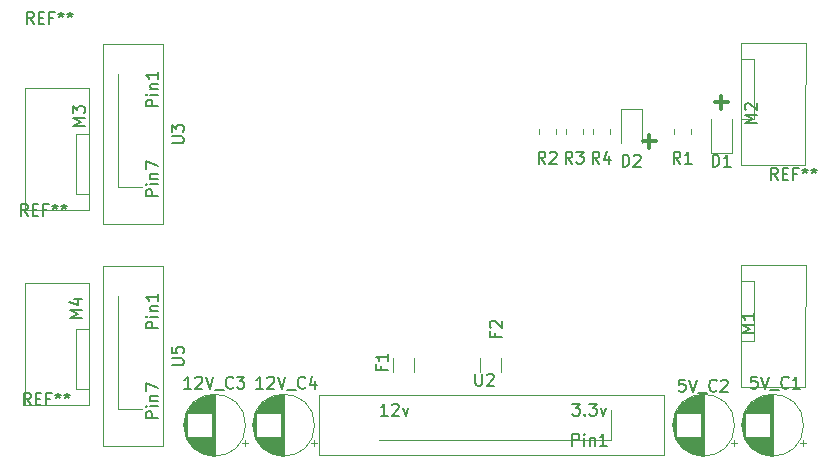
<source format=gbr>
%TF.GenerationSoftware,KiCad,Pcbnew,(5.1.10)-1*%
%TF.CreationDate,2021-07-20T23:53:59+08:00*%
%TF.ProjectId,2.5_SAS_Backend,322e355f-5341-4535-9f42-61636b656e64,rev?*%
%TF.SameCoordinates,Original*%
%TF.FileFunction,Legend,Top*%
%TF.FilePolarity,Positive*%
%FSLAX46Y46*%
G04 Gerber Fmt 4.6, Leading zero omitted, Abs format (unit mm)*
G04 Created by KiCad (PCBNEW (5.1.10)-1) date 2021-07-20 23:53:59*
%MOMM*%
%LPD*%
G01*
G04 APERTURE LIST*
%ADD10C,0.300000*%
%ADD11C,0.120000*%
%ADD12C,0.150000*%
G04 APERTURE END LIST*
D10*
X91122571Y-36937142D02*
X92265428Y-36937142D01*
X91694000Y-37508571D02*
X91694000Y-36365714D01*
X85026571Y-40239142D02*
X86169428Y-40239142D01*
X85598000Y-40810571D02*
X85598000Y-39667714D01*
D11*
%TO.C,D1*%
X92604000Y-41255000D02*
X92604000Y-38370000D01*
X90784000Y-41255000D02*
X92604000Y-41255000D01*
X90784000Y-38370000D02*
X90784000Y-41255000D01*
%TO.C,R1*%
X89127000Y-39597064D02*
X89127000Y-39142936D01*
X87657000Y-39597064D02*
X87657000Y-39142936D01*
%TO.C,F2*%
X71226000Y-58579936D02*
X71226000Y-59784064D01*
X73046000Y-58579936D02*
X73046000Y-59784064D01*
%TO.C,F1*%
X63860000Y-58579936D02*
X63860000Y-59784064D01*
X65680000Y-58579936D02*
X65680000Y-59784064D01*
%TO.C,R4*%
X82269000Y-39597064D02*
X82269000Y-39142936D01*
X80799000Y-39597064D02*
X80799000Y-39142936D01*
%TO.C,R3*%
X78513000Y-39142936D02*
X78513000Y-39597064D01*
X79983000Y-39142936D02*
X79983000Y-39597064D01*
%TO.C,R2*%
X77697000Y-39597064D02*
X77697000Y-39142936D01*
X76227000Y-39597064D02*
X76227000Y-39142936D01*
%TO.C,D2*%
X83164000Y-37485000D02*
X83164000Y-40370000D01*
X84984000Y-37485000D02*
X83164000Y-37485000D01*
X84984000Y-40370000D02*
X84984000Y-37485000D01*
%TO.C,U5*%
X40640000Y-62890400D02*
X42672000Y-62890400D01*
X40640000Y-54610000D02*
X40640000Y-53340000D01*
X40640000Y-62890400D02*
X40640000Y-54610000D01*
X39370000Y-50800000D02*
X39370000Y-66040000D01*
X44450000Y-50800000D02*
X39370000Y-50800000D01*
X44450000Y-66040000D02*
X44450000Y-50800000D01*
X39370000Y-66040000D02*
X44450000Y-66040000D01*
%TO.C,U3*%
X40640000Y-44094400D02*
X42672000Y-44094400D01*
X40640000Y-35814000D02*
X40640000Y-34544000D01*
X40640000Y-44094400D02*
X40640000Y-35814000D01*
X39370000Y-32004000D02*
X39370000Y-47244000D01*
X44450000Y-32004000D02*
X39370000Y-32004000D01*
X44450000Y-47244000D02*
X44450000Y-32004000D01*
X39370000Y-47244000D02*
X44450000Y-47244000D01*
%TO.C,U2*%
X82321400Y-65532000D02*
X62738000Y-65532000D01*
X82346800Y-62992000D02*
X82346800Y-65532000D01*
X57658000Y-66802000D02*
X86868000Y-66802000D01*
X57658000Y-61722000D02*
X57658000Y-66802000D01*
X86868000Y-61722000D02*
X57658000Y-61722000D01*
X86868000Y-66802000D02*
X86868000Y-61722000D01*
%TO.C,5V_C2*%
X92744775Y-65987000D02*
X92744775Y-65487000D01*
X92994775Y-65737000D02*
X92494775Y-65737000D01*
X87589000Y-64546000D02*
X87589000Y-63978000D01*
X87629000Y-64780000D02*
X87629000Y-63744000D01*
X87669000Y-64939000D02*
X87669000Y-63585000D01*
X87709000Y-65067000D02*
X87709000Y-63457000D01*
X87749000Y-65177000D02*
X87749000Y-63347000D01*
X87789000Y-65273000D02*
X87789000Y-63251000D01*
X87829000Y-65360000D02*
X87829000Y-63164000D01*
X87869000Y-65440000D02*
X87869000Y-63084000D01*
X87909000Y-63222000D02*
X87909000Y-63011000D01*
X87909000Y-65513000D02*
X87909000Y-65302000D01*
X87949000Y-63222000D02*
X87949000Y-62943000D01*
X87949000Y-65581000D02*
X87949000Y-65302000D01*
X87989000Y-63222000D02*
X87989000Y-62879000D01*
X87989000Y-65645000D02*
X87989000Y-65302000D01*
X88029000Y-63222000D02*
X88029000Y-62819000D01*
X88029000Y-65705000D02*
X88029000Y-65302000D01*
X88069000Y-63222000D02*
X88069000Y-62762000D01*
X88069000Y-65762000D02*
X88069000Y-65302000D01*
X88109000Y-63222000D02*
X88109000Y-62708000D01*
X88109000Y-65816000D02*
X88109000Y-65302000D01*
X88149000Y-63222000D02*
X88149000Y-62657000D01*
X88149000Y-65867000D02*
X88149000Y-65302000D01*
X88189000Y-63222000D02*
X88189000Y-62609000D01*
X88189000Y-65915000D02*
X88189000Y-65302000D01*
X88229000Y-63222000D02*
X88229000Y-62563000D01*
X88229000Y-65961000D02*
X88229000Y-65302000D01*
X88269000Y-63222000D02*
X88269000Y-62519000D01*
X88269000Y-66005000D02*
X88269000Y-65302000D01*
X88309000Y-63222000D02*
X88309000Y-62477000D01*
X88309000Y-66047000D02*
X88309000Y-65302000D01*
X88349000Y-63222000D02*
X88349000Y-62436000D01*
X88349000Y-66088000D02*
X88349000Y-65302000D01*
X88389000Y-63222000D02*
X88389000Y-62398000D01*
X88389000Y-66126000D02*
X88389000Y-65302000D01*
X88429000Y-63222000D02*
X88429000Y-62361000D01*
X88429000Y-66163000D02*
X88429000Y-65302000D01*
X88469000Y-63222000D02*
X88469000Y-62325000D01*
X88469000Y-66199000D02*
X88469000Y-65302000D01*
X88509000Y-63222000D02*
X88509000Y-62291000D01*
X88509000Y-66233000D02*
X88509000Y-65302000D01*
X88549000Y-63222000D02*
X88549000Y-62258000D01*
X88549000Y-66266000D02*
X88549000Y-65302000D01*
X88589000Y-63222000D02*
X88589000Y-62227000D01*
X88589000Y-66297000D02*
X88589000Y-65302000D01*
X88629000Y-63222000D02*
X88629000Y-62197000D01*
X88629000Y-66327000D02*
X88629000Y-65302000D01*
X88669000Y-63222000D02*
X88669000Y-62167000D01*
X88669000Y-66357000D02*
X88669000Y-65302000D01*
X88709000Y-63222000D02*
X88709000Y-62140000D01*
X88709000Y-66384000D02*
X88709000Y-65302000D01*
X88749000Y-63222000D02*
X88749000Y-62113000D01*
X88749000Y-66411000D02*
X88749000Y-65302000D01*
X88789000Y-63222000D02*
X88789000Y-62087000D01*
X88789000Y-66437000D02*
X88789000Y-65302000D01*
X88829000Y-63222000D02*
X88829000Y-62062000D01*
X88829000Y-66462000D02*
X88829000Y-65302000D01*
X88869000Y-63222000D02*
X88869000Y-62038000D01*
X88869000Y-66486000D02*
X88869000Y-65302000D01*
X88909000Y-63222000D02*
X88909000Y-62015000D01*
X88909000Y-66509000D02*
X88909000Y-65302000D01*
X88949000Y-63222000D02*
X88949000Y-61994000D01*
X88949000Y-66530000D02*
X88949000Y-65302000D01*
X88989000Y-63222000D02*
X88989000Y-61972000D01*
X88989000Y-66552000D02*
X88989000Y-65302000D01*
X89029000Y-63222000D02*
X89029000Y-61952000D01*
X89029000Y-66572000D02*
X89029000Y-65302000D01*
X89069000Y-63222000D02*
X89069000Y-61933000D01*
X89069000Y-66591000D02*
X89069000Y-65302000D01*
X89109000Y-63222000D02*
X89109000Y-61914000D01*
X89109000Y-66610000D02*
X89109000Y-65302000D01*
X89149000Y-63222000D02*
X89149000Y-61897000D01*
X89149000Y-66627000D02*
X89149000Y-65302000D01*
X89189000Y-63222000D02*
X89189000Y-61880000D01*
X89189000Y-66644000D02*
X89189000Y-65302000D01*
X89229000Y-63222000D02*
X89229000Y-61864000D01*
X89229000Y-66660000D02*
X89229000Y-65302000D01*
X89269000Y-63222000D02*
X89269000Y-61848000D01*
X89269000Y-66676000D02*
X89269000Y-65302000D01*
X89309000Y-63222000D02*
X89309000Y-61834000D01*
X89309000Y-66690000D02*
X89309000Y-65302000D01*
X89349000Y-63222000D02*
X89349000Y-61820000D01*
X89349000Y-66704000D02*
X89349000Y-65302000D01*
X89389000Y-63222000D02*
X89389000Y-61807000D01*
X89389000Y-66717000D02*
X89389000Y-65302000D01*
X89429000Y-63222000D02*
X89429000Y-61794000D01*
X89429000Y-66730000D02*
X89429000Y-65302000D01*
X89469000Y-63222000D02*
X89469000Y-61782000D01*
X89469000Y-66742000D02*
X89469000Y-65302000D01*
X89510000Y-63222000D02*
X89510000Y-61771000D01*
X89510000Y-66753000D02*
X89510000Y-65302000D01*
X89550000Y-63222000D02*
X89550000Y-61761000D01*
X89550000Y-66763000D02*
X89550000Y-65302000D01*
X89590000Y-63222000D02*
X89590000Y-61751000D01*
X89590000Y-66773000D02*
X89590000Y-65302000D01*
X89630000Y-63222000D02*
X89630000Y-61742000D01*
X89630000Y-66782000D02*
X89630000Y-65302000D01*
X89670000Y-63222000D02*
X89670000Y-61734000D01*
X89670000Y-66790000D02*
X89670000Y-65302000D01*
X89710000Y-63222000D02*
X89710000Y-61726000D01*
X89710000Y-66798000D02*
X89710000Y-65302000D01*
X89750000Y-63222000D02*
X89750000Y-61719000D01*
X89750000Y-66805000D02*
X89750000Y-65302000D01*
X89790000Y-63222000D02*
X89790000Y-61712000D01*
X89790000Y-66812000D02*
X89790000Y-65302000D01*
X89830000Y-63222000D02*
X89830000Y-61706000D01*
X89830000Y-66818000D02*
X89830000Y-65302000D01*
X89870000Y-63222000D02*
X89870000Y-61701000D01*
X89870000Y-66823000D02*
X89870000Y-65302000D01*
X89910000Y-63222000D02*
X89910000Y-61697000D01*
X89910000Y-66827000D02*
X89910000Y-65302000D01*
X89950000Y-63222000D02*
X89950000Y-61693000D01*
X89950000Y-66831000D02*
X89950000Y-65302000D01*
X89990000Y-66835000D02*
X89990000Y-61689000D01*
X90030000Y-66838000D02*
X90030000Y-61686000D01*
X90070000Y-66840000D02*
X90070000Y-61684000D01*
X90110000Y-66841000D02*
X90110000Y-61683000D01*
X90150000Y-66842000D02*
X90150000Y-61682000D01*
X90190000Y-66842000D02*
X90190000Y-61682000D01*
X92810000Y-64262000D02*
G75*
G03*
X92810000Y-64262000I-2620000J0D01*
G01*
%TO.C,12V_C3*%
X51342775Y-65987000D02*
X51342775Y-65487000D01*
X51592775Y-65737000D02*
X51092775Y-65737000D01*
X46187000Y-64546000D02*
X46187000Y-63978000D01*
X46227000Y-64780000D02*
X46227000Y-63744000D01*
X46267000Y-64939000D02*
X46267000Y-63585000D01*
X46307000Y-65067000D02*
X46307000Y-63457000D01*
X46347000Y-65177000D02*
X46347000Y-63347000D01*
X46387000Y-65273000D02*
X46387000Y-63251000D01*
X46427000Y-65360000D02*
X46427000Y-63164000D01*
X46467000Y-65440000D02*
X46467000Y-63084000D01*
X46507000Y-63222000D02*
X46507000Y-63011000D01*
X46507000Y-65513000D02*
X46507000Y-65302000D01*
X46547000Y-63222000D02*
X46547000Y-62943000D01*
X46547000Y-65581000D02*
X46547000Y-65302000D01*
X46587000Y-63222000D02*
X46587000Y-62879000D01*
X46587000Y-65645000D02*
X46587000Y-65302000D01*
X46627000Y-63222000D02*
X46627000Y-62819000D01*
X46627000Y-65705000D02*
X46627000Y-65302000D01*
X46667000Y-63222000D02*
X46667000Y-62762000D01*
X46667000Y-65762000D02*
X46667000Y-65302000D01*
X46707000Y-63222000D02*
X46707000Y-62708000D01*
X46707000Y-65816000D02*
X46707000Y-65302000D01*
X46747000Y-63222000D02*
X46747000Y-62657000D01*
X46747000Y-65867000D02*
X46747000Y-65302000D01*
X46787000Y-63222000D02*
X46787000Y-62609000D01*
X46787000Y-65915000D02*
X46787000Y-65302000D01*
X46827000Y-63222000D02*
X46827000Y-62563000D01*
X46827000Y-65961000D02*
X46827000Y-65302000D01*
X46867000Y-63222000D02*
X46867000Y-62519000D01*
X46867000Y-66005000D02*
X46867000Y-65302000D01*
X46907000Y-63222000D02*
X46907000Y-62477000D01*
X46907000Y-66047000D02*
X46907000Y-65302000D01*
X46947000Y-63222000D02*
X46947000Y-62436000D01*
X46947000Y-66088000D02*
X46947000Y-65302000D01*
X46987000Y-63222000D02*
X46987000Y-62398000D01*
X46987000Y-66126000D02*
X46987000Y-65302000D01*
X47027000Y-63222000D02*
X47027000Y-62361000D01*
X47027000Y-66163000D02*
X47027000Y-65302000D01*
X47067000Y-63222000D02*
X47067000Y-62325000D01*
X47067000Y-66199000D02*
X47067000Y-65302000D01*
X47107000Y-63222000D02*
X47107000Y-62291000D01*
X47107000Y-66233000D02*
X47107000Y-65302000D01*
X47147000Y-63222000D02*
X47147000Y-62258000D01*
X47147000Y-66266000D02*
X47147000Y-65302000D01*
X47187000Y-63222000D02*
X47187000Y-62227000D01*
X47187000Y-66297000D02*
X47187000Y-65302000D01*
X47227000Y-63222000D02*
X47227000Y-62197000D01*
X47227000Y-66327000D02*
X47227000Y-65302000D01*
X47267000Y-63222000D02*
X47267000Y-62167000D01*
X47267000Y-66357000D02*
X47267000Y-65302000D01*
X47307000Y-63222000D02*
X47307000Y-62140000D01*
X47307000Y-66384000D02*
X47307000Y-65302000D01*
X47347000Y-63222000D02*
X47347000Y-62113000D01*
X47347000Y-66411000D02*
X47347000Y-65302000D01*
X47387000Y-63222000D02*
X47387000Y-62087000D01*
X47387000Y-66437000D02*
X47387000Y-65302000D01*
X47427000Y-63222000D02*
X47427000Y-62062000D01*
X47427000Y-66462000D02*
X47427000Y-65302000D01*
X47467000Y-63222000D02*
X47467000Y-62038000D01*
X47467000Y-66486000D02*
X47467000Y-65302000D01*
X47507000Y-63222000D02*
X47507000Y-62015000D01*
X47507000Y-66509000D02*
X47507000Y-65302000D01*
X47547000Y-63222000D02*
X47547000Y-61994000D01*
X47547000Y-66530000D02*
X47547000Y-65302000D01*
X47587000Y-63222000D02*
X47587000Y-61972000D01*
X47587000Y-66552000D02*
X47587000Y-65302000D01*
X47627000Y-63222000D02*
X47627000Y-61952000D01*
X47627000Y-66572000D02*
X47627000Y-65302000D01*
X47667000Y-63222000D02*
X47667000Y-61933000D01*
X47667000Y-66591000D02*
X47667000Y-65302000D01*
X47707000Y-63222000D02*
X47707000Y-61914000D01*
X47707000Y-66610000D02*
X47707000Y-65302000D01*
X47747000Y-63222000D02*
X47747000Y-61897000D01*
X47747000Y-66627000D02*
X47747000Y-65302000D01*
X47787000Y-63222000D02*
X47787000Y-61880000D01*
X47787000Y-66644000D02*
X47787000Y-65302000D01*
X47827000Y-63222000D02*
X47827000Y-61864000D01*
X47827000Y-66660000D02*
X47827000Y-65302000D01*
X47867000Y-63222000D02*
X47867000Y-61848000D01*
X47867000Y-66676000D02*
X47867000Y-65302000D01*
X47907000Y-63222000D02*
X47907000Y-61834000D01*
X47907000Y-66690000D02*
X47907000Y-65302000D01*
X47947000Y-63222000D02*
X47947000Y-61820000D01*
X47947000Y-66704000D02*
X47947000Y-65302000D01*
X47987000Y-63222000D02*
X47987000Y-61807000D01*
X47987000Y-66717000D02*
X47987000Y-65302000D01*
X48027000Y-63222000D02*
X48027000Y-61794000D01*
X48027000Y-66730000D02*
X48027000Y-65302000D01*
X48067000Y-63222000D02*
X48067000Y-61782000D01*
X48067000Y-66742000D02*
X48067000Y-65302000D01*
X48108000Y-63222000D02*
X48108000Y-61771000D01*
X48108000Y-66753000D02*
X48108000Y-65302000D01*
X48148000Y-63222000D02*
X48148000Y-61761000D01*
X48148000Y-66763000D02*
X48148000Y-65302000D01*
X48188000Y-63222000D02*
X48188000Y-61751000D01*
X48188000Y-66773000D02*
X48188000Y-65302000D01*
X48228000Y-63222000D02*
X48228000Y-61742000D01*
X48228000Y-66782000D02*
X48228000Y-65302000D01*
X48268000Y-63222000D02*
X48268000Y-61734000D01*
X48268000Y-66790000D02*
X48268000Y-65302000D01*
X48308000Y-63222000D02*
X48308000Y-61726000D01*
X48308000Y-66798000D02*
X48308000Y-65302000D01*
X48348000Y-63222000D02*
X48348000Y-61719000D01*
X48348000Y-66805000D02*
X48348000Y-65302000D01*
X48388000Y-63222000D02*
X48388000Y-61712000D01*
X48388000Y-66812000D02*
X48388000Y-65302000D01*
X48428000Y-63222000D02*
X48428000Y-61706000D01*
X48428000Y-66818000D02*
X48428000Y-65302000D01*
X48468000Y-63222000D02*
X48468000Y-61701000D01*
X48468000Y-66823000D02*
X48468000Y-65302000D01*
X48508000Y-63222000D02*
X48508000Y-61697000D01*
X48508000Y-66827000D02*
X48508000Y-65302000D01*
X48548000Y-63222000D02*
X48548000Y-61693000D01*
X48548000Y-66831000D02*
X48548000Y-65302000D01*
X48588000Y-66835000D02*
X48588000Y-61689000D01*
X48628000Y-66838000D02*
X48628000Y-61686000D01*
X48668000Y-66840000D02*
X48668000Y-61684000D01*
X48708000Y-66841000D02*
X48708000Y-61683000D01*
X48748000Y-66842000D02*
X48748000Y-61682000D01*
X48788000Y-66842000D02*
X48788000Y-61682000D01*
X51408000Y-64262000D02*
G75*
G03*
X51408000Y-64262000I-2620000J0D01*
G01*
%TO.C,12V_C4*%
X57184775Y-65987000D02*
X57184775Y-65487000D01*
X57434775Y-65737000D02*
X56934775Y-65737000D01*
X52029000Y-64546000D02*
X52029000Y-63978000D01*
X52069000Y-64780000D02*
X52069000Y-63744000D01*
X52109000Y-64939000D02*
X52109000Y-63585000D01*
X52149000Y-65067000D02*
X52149000Y-63457000D01*
X52189000Y-65177000D02*
X52189000Y-63347000D01*
X52229000Y-65273000D02*
X52229000Y-63251000D01*
X52269000Y-65360000D02*
X52269000Y-63164000D01*
X52309000Y-65440000D02*
X52309000Y-63084000D01*
X52349000Y-63222000D02*
X52349000Y-63011000D01*
X52349000Y-65513000D02*
X52349000Y-65302000D01*
X52389000Y-63222000D02*
X52389000Y-62943000D01*
X52389000Y-65581000D02*
X52389000Y-65302000D01*
X52429000Y-63222000D02*
X52429000Y-62879000D01*
X52429000Y-65645000D02*
X52429000Y-65302000D01*
X52469000Y-63222000D02*
X52469000Y-62819000D01*
X52469000Y-65705000D02*
X52469000Y-65302000D01*
X52509000Y-63222000D02*
X52509000Y-62762000D01*
X52509000Y-65762000D02*
X52509000Y-65302000D01*
X52549000Y-63222000D02*
X52549000Y-62708000D01*
X52549000Y-65816000D02*
X52549000Y-65302000D01*
X52589000Y-63222000D02*
X52589000Y-62657000D01*
X52589000Y-65867000D02*
X52589000Y-65302000D01*
X52629000Y-63222000D02*
X52629000Y-62609000D01*
X52629000Y-65915000D02*
X52629000Y-65302000D01*
X52669000Y-63222000D02*
X52669000Y-62563000D01*
X52669000Y-65961000D02*
X52669000Y-65302000D01*
X52709000Y-63222000D02*
X52709000Y-62519000D01*
X52709000Y-66005000D02*
X52709000Y-65302000D01*
X52749000Y-63222000D02*
X52749000Y-62477000D01*
X52749000Y-66047000D02*
X52749000Y-65302000D01*
X52789000Y-63222000D02*
X52789000Y-62436000D01*
X52789000Y-66088000D02*
X52789000Y-65302000D01*
X52829000Y-63222000D02*
X52829000Y-62398000D01*
X52829000Y-66126000D02*
X52829000Y-65302000D01*
X52869000Y-63222000D02*
X52869000Y-62361000D01*
X52869000Y-66163000D02*
X52869000Y-65302000D01*
X52909000Y-63222000D02*
X52909000Y-62325000D01*
X52909000Y-66199000D02*
X52909000Y-65302000D01*
X52949000Y-63222000D02*
X52949000Y-62291000D01*
X52949000Y-66233000D02*
X52949000Y-65302000D01*
X52989000Y-63222000D02*
X52989000Y-62258000D01*
X52989000Y-66266000D02*
X52989000Y-65302000D01*
X53029000Y-63222000D02*
X53029000Y-62227000D01*
X53029000Y-66297000D02*
X53029000Y-65302000D01*
X53069000Y-63222000D02*
X53069000Y-62197000D01*
X53069000Y-66327000D02*
X53069000Y-65302000D01*
X53109000Y-63222000D02*
X53109000Y-62167000D01*
X53109000Y-66357000D02*
X53109000Y-65302000D01*
X53149000Y-63222000D02*
X53149000Y-62140000D01*
X53149000Y-66384000D02*
X53149000Y-65302000D01*
X53189000Y-63222000D02*
X53189000Y-62113000D01*
X53189000Y-66411000D02*
X53189000Y-65302000D01*
X53229000Y-63222000D02*
X53229000Y-62087000D01*
X53229000Y-66437000D02*
X53229000Y-65302000D01*
X53269000Y-63222000D02*
X53269000Y-62062000D01*
X53269000Y-66462000D02*
X53269000Y-65302000D01*
X53309000Y-63222000D02*
X53309000Y-62038000D01*
X53309000Y-66486000D02*
X53309000Y-65302000D01*
X53349000Y-63222000D02*
X53349000Y-62015000D01*
X53349000Y-66509000D02*
X53349000Y-65302000D01*
X53389000Y-63222000D02*
X53389000Y-61994000D01*
X53389000Y-66530000D02*
X53389000Y-65302000D01*
X53429000Y-63222000D02*
X53429000Y-61972000D01*
X53429000Y-66552000D02*
X53429000Y-65302000D01*
X53469000Y-63222000D02*
X53469000Y-61952000D01*
X53469000Y-66572000D02*
X53469000Y-65302000D01*
X53509000Y-63222000D02*
X53509000Y-61933000D01*
X53509000Y-66591000D02*
X53509000Y-65302000D01*
X53549000Y-63222000D02*
X53549000Y-61914000D01*
X53549000Y-66610000D02*
X53549000Y-65302000D01*
X53589000Y-63222000D02*
X53589000Y-61897000D01*
X53589000Y-66627000D02*
X53589000Y-65302000D01*
X53629000Y-63222000D02*
X53629000Y-61880000D01*
X53629000Y-66644000D02*
X53629000Y-65302000D01*
X53669000Y-63222000D02*
X53669000Y-61864000D01*
X53669000Y-66660000D02*
X53669000Y-65302000D01*
X53709000Y-63222000D02*
X53709000Y-61848000D01*
X53709000Y-66676000D02*
X53709000Y-65302000D01*
X53749000Y-63222000D02*
X53749000Y-61834000D01*
X53749000Y-66690000D02*
X53749000Y-65302000D01*
X53789000Y-63222000D02*
X53789000Y-61820000D01*
X53789000Y-66704000D02*
X53789000Y-65302000D01*
X53829000Y-63222000D02*
X53829000Y-61807000D01*
X53829000Y-66717000D02*
X53829000Y-65302000D01*
X53869000Y-63222000D02*
X53869000Y-61794000D01*
X53869000Y-66730000D02*
X53869000Y-65302000D01*
X53909000Y-63222000D02*
X53909000Y-61782000D01*
X53909000Y-66742000D02*
X53909000Y-65302000D01*
X53950000Y-63222000D02*
X53950000Y-61771000D01*
X53950000Y-66753000D02*
X53950000Y-65302000D01*
X53990000Y-63222000D02*
X53990000Y-61761000D01*
X53990000Y-66763000D02*
X53990000Y-65302000D01*
X54030000Y-63222000D02*
X54030000Y-61751000D01*
X54030000Y-66773000D02*
X54030000Y-65302000D01*
X54070000Y-63222000D02*
X54070000Y-61742000D01*
X54070000Y-66782000D02*
X54070000Y-65302000D01*
X54110000Y-63222000D02*
X54110000Y-61734000D01*
X54110000Y-66790000D02*
X54110000Y-65302000D01*
X54150000Y-63222000D02*
X54150000Y-61726000D01*
X54150000Y-66798000D02*
X54150000Y-65302000D01*
X54190000Y-63222000D02*
X54190000Y-61719000D01*
X54190000Y-66805000D02*
X54190000Y-65302000D01*
X54230000Y-63222000D02*
X54230000Y-61712000D01*
X54230000Y-66812000D02*
X54230000Y-65302000D01*
X54270000Y-63222000D02*
X54270000Y-61706000D01*
X54270000Y-66818000D02*
X54270000Y-65302000D01*
X54310000Y-63222000D02*
X54310000Y-61701000D01*
X54310000Y-66823000D02*
X54310000Y-65302000D01*
X54350000Y-63222000D02*
X54350000Y-61697000D01*
X54350000Y-66827000D02*
X54350000Y-65302000D01*
X54390000Y-63222000D02*
X54390000Y-61693000D01*
X54390000Y-66831000D02*
X54390000Y-65302000D01*
X54430000Y-66835000D02*
X54430000Y-61689000D01*
X54470000Y-66838000D02*
X54470000Y-61686000D01*
X54510000Y-66840000D02*
X54510000Y-61684000D01*
X54550000Y-66841000D02*
X54550000Y-61683000D01*
X54590000Y-66842000D02*
X54590000Y-61682000D01*
X54630000Y-66842000D02*
X54630000Y-61682000D01*
X57250000Y-64262000D02*
G75*
G03*
X57250000Y-64262000I-2620000J0D01*
G01*
%TO.C,M1*%
X94484000Y-57150000D02*
X93474000Y-57150000D01*
X94484000Y-52070000D02*
X94484000Y-57150000D01*
X93474000Y-52070000D02*
X94484000Y-52070000D01*
X93374000Y-50720000D02*
X98856000Y-50720000D01*
X93374000Y-61020000D02*
X93374000Y-50720000D01*
X98806000Y-61020000D02*
X93374000Y-61020000D01*
X98806000Y-57820000D02*
X98806000Y-61020000D01*
X98856000Y-50720000D02*
X98806000Y-57820000D01*
%TO.C,M2*%
X94484000Y-38354000D02*
X93474000Y-38354000D01*
X94484000Y-33274000D02*
X94484000Y-38354000D01*
X93474000Y-33274000D02*
X94484000Y-33274000D01*
X93374000Y-31924000D02*
X98856000Y-31924000D01*
X93374000Y-42224000D02*
X93374000Y-31924000D01*
X98806000Y-42224000D02*
X93374000Y-42224000D01*
X98806000Y-39024000D02*
X98806000Y-42224000D01*
X98856000Y-31924000D02*
X98806000Y-39024000D01*
%TO.C,M3*%
X37088000Y-39624000D02*
X38098000Y-39624000D01*
X37088000Y-44704000D02*
X37088000Y-39624000D01*
X38098000Y-44704000D02*
X37088000Y-44704000D01*
X38198000Y-46054000D02*
X32716000Y-46054000D01*
X38198000Y-35754000D02*
X38198000Y-46054000D01*
X32766000Y-35754000D02*
X38198000Y-35754000D01*
X32766000Y-38954000D02*
X32766000Y-35754000D01*
X32716000Y-46054000D02*
X32766000Y-38954000D01*
%TO.C,M4*%
X37088000Y-56134000D02*
X38098000Y-56134000D01*
X37088000Y-61214000D02*
X37088000Y-56134000D01*
X38098000Y-61214000D02*
X37088000Y-61214000D01*
X38198000Y-62564000D02*
X32716000Y-62564000D01*
X38198000Y-52264000D02*
X38198000Y-62564000D01*
X32766000Y-52264000D02*
X38198000Y-52264000D01*
X32766000Y-55464000D02*
X32766000Y-52264000D01*
X32716000Y-62564000D02*
X32766000Y-55464000D01*
%TO.C,5V_C1*%
X98586775Y-65987000D02*
X98586775Y-65487000D01*
X98836775Y-65737000D02*
X98336775Y-65737000D01*
X93431000Y-64546000D02*
X93431000Y-63978000D01*
X93471000Y-64780000D02*
X93471000Y-63744000D01*
X93511000Y-64939000D02*
X93511000Y-63585000D01*
X93551000Y-65067000D02*
X93551000Y-63457000D01*
X93591000Y-65177000D02*
X93591000Y-63347000D01*
X93631000Y-65273000D02*
X93631000Y-63251000D01*
X93671000Y-65360000D02*
X93671000Y-63164000D01*
X93711000Y-65440000D02*
X93711000Y-63084000D01*
X93751000Y-63222000D02*
X93751000Y-63011000D01*
X93751000Y-65513000D02*
X93751000Y-65302000D01*
X93791000Y-63222000D02*
X93791000Y-62943000D01*
X93791000Y-65581000D02*
X93791000Y-65302000D01*
X93831000Y-63222000D02*
X93831000Y-62879000D01*
X93831000Y-65645000D02*
X93831000Y-65302000D01*
X93871000Y-63222000D02*
X93871000Y-62819000D01*
X93871000Y-65705000D02*
X93871000Y-65302000D01*
X93911000Y-63222000D02*
X93911000Y-62762000D01*
X93911000Y-65762000D02*
X93911000Y-65302000D01*
X93951000Y-63222000D02*
X93951000Y-62708000D01*
X93951000Y-65816000D02*
X93951000Y-65302000D01*
X93991000Y-63222000D02*
X93991000Y-62657000D01*
X93991000Y-65867000D02*
X93991000Y-65302000D01*
X94031000Y-63222000D02*
X94031000Y-62609000D01*
X94031000Y-65915000D02*
X94031000Y-65302000D01*
X94071000Y-63222000D02*
X94071000Y-62563000D01*
X94071000Y-65961000D02*
X94071000Y-65302000D01*
X94111000Y-63222000D02*
X94111000Y-62519000D01*
X94111000Y-66005000D02*
X94111000Y-65302000D01*
X94151000Y-63222000D02*
X94151000Y-62477000D01*
X94151000Y-66047000D02*
X94151000Y-65302000D01*
X94191000Y-63222000D02*
X94191000Y-62436000D01*
X94191000Y-66088000D02*
X94191000Y-65302000D01*
X94231000Y-63222000D02*
X94231000Y-62398000D01*
X94231000Y-66126000D02*
X94231000Y-65302000D01*
X94271000Y-63222000D02*
X94271000Y-62361000D01*
X94271000Y-66163000D02*
X94271000Y-65302000D01*
X94311000Y-63222000D02*
X94311000Y-62325000D01*
X94311000Y-66199000D02*
X94311000Y-65302000D01*
X94351000Y-63222000D02*
X94351000Y-62291000D01*
X94351000Y-66233000D02*
X94351000Y-65302000D01*
X94391000Y-63222000D02*
X94391000Y-62258000D01*
X94391000Y-66266000D02*
X94391000Y-65302000D01*
X94431000Y-63222000D02*
X94431000Y-62227000D01*
X94431000Y-66297000D02*
X94431000Y-65302000D01*
X94471000Y-63222000D02*
X94471000Y-62197000D01*
X94471000Y-66327000D02*
X94471000Y-65302000D01*
X94511000Y-63222000D02*
X94511000Y-62167000D01*
X94511000Y-66357000D02*
X94511000Y-65302000D01*
X94551000Y-63222000D02*
X94551000Y-62140000D01*
X94551000Y-66384000D02*
X94551000Y-65302000D01*
X94591000Y-63222000D02*
X94591000Y-62113000D01*
X94591000Y-66411000D02*
X94591000Y-65302000D01*
X94631000Y-63222000D02*
X94631000Y-62087000D01*
X94631000Y-66437000D02*
X94631000Y-65302000D01*
X94671000Y-63222000D02*
X94671000Y-62062000D01*
X94671000Y-66462000D02*
X94671000Y-65302000D01*
X94711000Y-63222000D02*
X94711000Y-62038000D01*
X94711000Y-66486000D02*
X94711000Y-65302000D01*
X94751000Y-63222000D02*
X94751000Y-62015000D01*
X94751000Y-66509000D02*
X94751000Y-65302000D01*
X94791000Y-63222000D02*
X94791000Y-61994000D01*
X94791000Y-66530000D02*
X94791000Y-65302000D01*
X94831000Y-63222000D02*
X94831000Y-61972000D01*
X94831000Y-66552000D02*
X94831000Y-65302000D01*
X94871000Y-63222000D02*
X94871000Y-61952000D01*
X94871000Y-66572000D02*
X94871000Y-65302000D01*
X94911000Y-63222000D02*
X94911000Y-61933000D01*
X94911000Y-66591000D02*
X94911000Y-65302000D01*
X94951000Y-63222000D02*
X94951000Y-61914000D01*
X94951000Y-66610000D02*
X94951000Y-65302000D01*
X94991000Y-63222000D02*
X94991000Y-61897000D01*
X94991000Y-66627000D02*
X94991000Y-65302000D01*
X95031000Y-63222000D02*
X95031000Y-61880000D01*
X95031000Y-66644000D02*
X95031000Y-65302000D01*
X95071000Y-63222000D02*
X95071000Y-61864000D01*
X95071000Y-66660000D02*
X95071000Y-65302000D01*
X95111000Y-63222000D02*
X95111000Y-61848000D01*
X95111000Y-66676000D02*
X95111000Y-65302000D01*
X95151000Y-63222000D02*
X95151000Y-61834000D01*
X95151000Y-66690000D02*
X95151000Y-65302000D01*
X95191000Y-63222000D02*
X95191000Y-61820000D01*
X95191000Y-66704000D02*
X95191000Y-65302000D01*
X95231000Y-63222000D02*
X95231000Y-61807000D01*
X95231000Y-66717000D02*
X95231000Y-65302000D01*
X95271000Y-63222000D02*
X95271000Y-61794000D01*
X95271000Y-66730000D02*
X95271000Y-65302000D01*
X95311000Y-63222000D02*
X95311000Y-61782000D01*
X95311000Y-66742000D02*
X95311000Y-65302000D01*
X95352000Y-63222000D02*
X95352000Y-61771000D01*
X95352000Y-66753000D02*
X95352000Y-65302000D01*
X95392000Y-63222000D02*
X95392000Y-61761000D01*
X95392000Y-66763000D02*
X95392000Y-65302000D01*
X95432000Y-63222000D02*
X95432000Y-61751000D01*
X95432000Y-66773000D02*
X95432000Y-65302000D01*
X95472000Y-63222000D02*
X95472000Y-61742000D01*
X95472000Y-66782000D02*
X95472000Y-65302000D01*
X95512000Y-63222000D02*
X95512000Y-61734000D01*
X95512000Y-66790000D02*
X95512000Y-65302000D01*
X95552000Y-63222000D02*
X95552000Y-61726000D01*
X95552000Y-66798000D02*
X95552000Y-65302000D01*
X95592000Y-63222000D02*
X95592000Y-61719000D01*
X95592000Y-66805000D02*
X95592000Y-65302000D01*
X95632000Y-63222000D02*
X95632000Y-61712000D01*
X95632000Y-66812000D02*
X95632000Y-65302000D01*
X95672000Y-63222000D02*
X95672000Y-61706000D01*
X95672000Y-66818000D02*
X95672000Y-65302000D01*
X95712000Y-63222000D02*
X95712000Y-61701000D01*
X95712000Y-66823000D02*
X95712000Y-65302000D01*
X95752000Y-63222000D02*
X95752000Y-61697000D01*
X95752000Y-66827000D02*
X95752000Y-65302000D01*
X95792000Y-63222000D02*
X95792000Y-61693000D01*
X95792000Y-66831000D02*
X95792000Y-65302000D01*
X95832000Y-66835000D02*
X95832000Y-61689000D01*
X95872000Y-66838000D02*
X95872000Y-61686000D01*
X95912000Y-66840000D02*
X95912000Y-61684000D01*
X95952000Y-66841000D02*
X95952000Y-61683000D01*
X95992000Y-66842000D02*
X95992000Y-61682000D01*
X96032000Y-66842000D02*
X96032000Y-61682000D01*
X98652000Y-64262000D02*
G75*
G03*
X98652000Y-64262000I-2620000J0D01*
G01*
%TO.C,REF\u002A\u002A*%
D12*
X33464666Y-30272380D02*
X33131333Y-29796190D01*
X32893238Y-30272380D02*
X32893238Y-29272380D01*
X33274190Y-29272380D01*
X33369428Y-29320000D01*
X33417047Y-29367619D01*
X33464666Y-29462857D01*
X33464666Y-29605714D01*
X33417047Y-29700952D01*
X33369428Y-29748571D01*
X33274190Y-29796190D01*
X32893238Y-29796190D01*
X33893238Y-29748571D02*
X34226571Y-29748571D01*
X34369428Y-30272380D02*
X33893238Y-30272380D01*
X33893238Y-29272380D01*
X34369428Y-29272380D01*
X35131333Y-29748571D02*
X34798000Y-29748571D01*
X34798000Y-30272380D02*
X34798000Y-29272380D01*
X35274190Y-29272380D01*
X35798000Y-29272380D02*
X35798000Y-29510476D01*
X35559904Y-29415238D02*
X35798000Y-29510476D01*
X36036095Y-29415238D01*
X35655142Y-29700952D02*
X35798000Y-29510476D01*
X35940857Y-29700952D01*
X36559904Y-29272380D02*
X36559904Y-29510476D01*
X36321809Y-29415238D02*
X36559904Y-29510476D01*
X36798000Y-29415238D01*
X36417047Y-29700952D02*
X36559904Y-29510476D01*
X36702761Y-29700952D01*
X33210666Y-62530380D02*
X32877333Y-62054190D01*
X32639238Y-62530380D02*
X32639238Y-61530380D01*
X33020190Y-61530380D01*
X33115428Y-61578000D01*
X33163047Y-61625619D01*
X33210666Y-61720857D01*
X33210666Y-61863714D01*
X33163047Y-61958952D01*
X33115428Y-62006571D01*
X33020190Y-62054190D01*
X32639238Y-62054190D01*
X33639238Y-62006571D02*
X33972571Y-62006571D01*
X34115428Y-62530380D02*
X33639238Y-62530380D01*
X33639238Y-61530380D01*
X34115428Y-61530380D01*
X34877333Y-62006571D02*
X34544000Y-62006571D01*
X34544000Y-62530380D02*
X34544000Y-61530380D01*
X35020190Y-61530380D01*
X35544000Y-61530380D02*
X35544000Y-61768476D01*
X35305904Y-61673238D02*
X35544000Y-61768476D01*
X35782095Y-61673238D01*
X35401142Y-61958952D02*
X35544000Y-61768476D01*
X35686857Y-61958952D01*
X36305904Y-61530380D02*
X36305904Y-61768476D01*
X36067809Y-61673238D02*
X36305904Y-61768476D01*
X36544000Y-61673238D01*
X36163047Y-61958952D02*
X36305904Y-61768476D01*
X36448761Y-61958952D01*
X96456666Y-43480380D02*
X96123333Y-43004190D01*
X95885238Y-43480380D02*
X95885238Y-42480380D01*
X96266190Y-42480380D01*
X96361428Y-42528000D01*
X96409047Y-42575619D01*
X96456666Y-42670857D01*
X96456666Y-42813714D01*
X96409047Y-42908952D01*
X96361428Y-42956571D01*
X96266190Y-43004190D01*
X95885238Y-43004190D01*
X96885238Y-42956571D02*
X97218571Y-42956571D01*
X97361428Y-43480380D02*
X96885238Y-43480380D01*
X96885238Y-42480380D01*
X97361428Y-42480380D01*
X98123333Y-42956571D02*
X97790000Y-42956571D01*
X97790000Y-43480380D02*
X97790000Y-42480380D01*
X98266190Y-42480380D01*
X98790000Y-42480380D02*
X98790000Y-42718476D01*
X98551904Y-42623238D02*
X98790000Y-42718476D01*
X99028095Y-42623238D01*
X98647142Y-42908952D02*
X98790000Y-42718476D01*
X98932857Y-42908952D01*
X99551904Y-42480380D02*
X99551904Y-42718476D01*
X99313809Y-42623238D02*
X99551904Y-42718476D01*
X99790000Y-42623238D01*
X99409047Y-42908952D02*
X99551904Y-42718476D01*
X99694761Y-42908952D01*
X32956666Y-46528380D02*
X32623333Y-46052190D01*
X32385238Y-46528380D02*
X32385238Y-45528380D01*
X32766190Y-45528380D01*
X32861428Y-45576000D01*
X32909047Y-45623619D01*
X32956666Y-45718857D01*
X32956666Y-45861714D01*
X32909047Y-45956952D01*
X32861428Y-46004571D01*
X32766190Y-46052190D01*
X32385238Y-46052190D01*
X33385238Y-46004571D02*
X33718571Y-46004571D01*
X33861428Y-46528380D02*
X33385238Y-46528380D01*
X33385238Y-45528380D01*
X33861428Y-45528380D01*
X34623333Y-46004571D02*
X34290000Y-46004571D01*
X34290000Y-46528380D02*
X34290000Y-45528380D01*
X34766190Y-45528380D01*
X35290000Y-45528380D02*
X35290000Y-45766476D01*
X35051904Y-45671238D02*
X35290000Y-45766476D01*
X35528095Y-45671238D01*
X35147142Y-45956952D02*
X35290000Y-45766476D01*
X35432857Y-45956952D01*
X36051904Y-45528380D02*
X36051904Y-45766476D01*
X35813809Y-45671238D02*
X36051904Y-45766476D01*
X36290000Y-45671238D01*
X35909047Y-45956952D02*
X36051904Y-45766476D01*
X36194761Y-45956952D01*
%TO.C,D1*%
X90955904Y-42362380D02*
X90955904Y-41362380D01*
X91194000Y-41362380D01*
X91336857Y-41410000D01*
X91432095Y-41505238D01*
X91479714Y-41600476D01*
X91527333Y-41790952D01*
X91527333Y-41933809D01*
X91479714Y-42124285D01*
X91432095Y-42219523D01*
X91336857Y-42314761D01*
X91194000Y-42362380D01*
X90955904Y-42362380D01*
X92479714Y-42362380D02*
X91908285Y-42362380D01*
X92194000Y-42362380D02*
X92194000Y-41362380D01*
X92098761Y-41505238D01*
X92003523Y-41600476D01*
X91908285Y-41648095D01*
%TO.C,R1*%
X88225333Y-42108380D02*
X87892000Y-41632190D01*
X87653904Y-42108380D02*
X87653904Y-41108380D01*
X88034857Y-41108380D01*
X88130095Y-41156000D01*
X88177714Y-41203619D01*
X88225333Y-41298857D01*
X88225333Y-41441714D01*
X88177714Y-41536952D01*
X88130095Y-41584571D01*
X88034857Y-41632190D01*
X87653904Y-41632190D01*
X89177714Y-42108380D02*
X88606285Y-42108380D01*
X88892000Y-42108380D02*
X88892000Y-41108380D01*
X88796761Y-41251238D01*
X88701523Y-41346476D01*
X88606285Y-41394095D01*
%TO.C,F2*%
X72572571Y-56467333D02*
X72572571Y-56800666D01*
X73096380Y-56800666D02*
X72096380Y-56800666D01*
X72096380Y-56324476D01*
X72191619Y-55991142D02*
X72144000Y-55943523D01*
X72096380Y-55848285D01*
X72096380Y-55610190D01*
X72144000Y-55514952D01*
X72191619Y-55467333D01*
X72286857Y-55419714D01*
X72382095Y-55419714D01*
X72524952Y-55467333D01*
X73096380Y-56038761D01*
X73096380Y-55419714D01*
%TO.C,F1*%
X62920571Y-59261333D02*
X62920571Y-59594666D01*
X63444380Y-59594666D02*
X62444380Y-59594666D01*
X62444380Y-59118476D01*
X63444380Y-58213714D02*
X63444380Y-58785142D01*
X63444380Y-58499428D02*
X62444380Y-58499428D01*
X62587238Y-58594666D01*
X62682476Y-58689904D01*
X62730095Y-58785142D01*
%TO.C,R4*%
X81367333Y-42108380D02*
X81034000Y-41632190D01*
X80795904Y-42108380D02*
X80795904Y-41108380D01*
X81176857Y-41108380D01*
X81272095Y-41156000D01*
X81319714Y-41203619D01*
X81367333Y-41298857D01*
X81367333Y-41441714D01*
X81319714Y-41536952D01*
X81272095Y-41584571D01*
X81176857Y-41632190D01*
X80795904Y-41632190D01*
X82224476Y-41441714D02*
X82224476Y-42108380D01*
X81986380Y-41060761D02*
X81748285Y-41775047D01*
X82367333Y-41775047D01*
%TO.C,R3*%
X79081333Y-42108380D02*
X78748000Y-41632190D01*
X78509904Y-42108380D02*
X78509904Y-41108380D01*
X78890857Y-41108380D01*
X78986095Y-41156000D01*
X79033714Y-41203619D01*
X79081333Y-41298857D01*
X79081333Y-41441714D01*
X79033714Y-41536952D01*
X78986095Y-41584571D01*
X78890857Y-41632190D01*
X78509904Y-41632190D01*
X79414666Y-41108380D02*
X80033714Y-41108380D01*
X79700380Y-41489333D01*
X79843238Y-41489333D01*
X79938476Y-41536952D01*
X79986095Y-41584571D01*
X80033714Y-41679809D01*
X80033714Y-41917904D01*
X79986095Y-42013142D01*
X79938476Y-42060761D01*
X79843238Y-42108380D01*
X79557523Y-42108380D01*
X79462285Y-42060761D01*
X79414666Y-42013142D01*
%TO.C,R2*%
X76795333Y-42108380D02*
X76462000Y-41632190D01*
X76223904Y-42108380D02*
X76223904Y-41108380D01*
X76604857Y-41108380D01*
X76700095Y-41156000D01*
X76747714Y-41203619D01*
X76795333Y-41298857D01*
X76795333Y-41441714D01*
X76747714Y-41536952D01*
X76700095Y-41584571D01*
X76604857Y-41632190D01*
X76223904Y-41632190D01*
X77176285Y-41203619D02*
X77223904Y-41156000D01*
X77319142Y-41108380D01*
X77557238Y-41108380D01*
X77652476Y-41156000D01*
X77700095Y-41203619D01*
X77747714Y-41298857D01*
X77747714Y-41394095D01*
X77700095Y-41536952D01*
X77128666Y-42108380D01*
X77747714Y-42108380D01*
%TO.C,D2*%
X83335904Y-42362380D02*
X83335904Y-41362380D01*
X83574000Y-41362380D01*
X83716857Y-41410000D01*
X83812095Y-41505238D01*
X83859714Y-41600476D01*
X83907333Y-41790952D01*
X83907333Y-41933809D01*
X83859714Y-42124285D01*
X83812095Y-42219523D01*
X83716857Y-42314761D01*
X83574000Y-42362380D01*
X83335904Y-42362380D01*
X84288285Y-41457619D02*
X84335904Y-41410000D01*
X84431142Y-41362380D01*
X84669238Y-41362380D01*
X84764476Y-41410000D01*
X84812095Y-41457619D01*
X84859714Y-41552857D01*
X84859714Y-41648095D01*
X84812095Y-41790952D01*
X84240666Y-42362380D01*
X84859714Y-42362380D01*
%TO.C,U5*%
X45172380Y-59181904D02*
X45981904Y-59181904D01*
X46077142Y-59134285D01*
X46124761Y-59086666D01*
X46172380Y-58991428D01*
X46172380Y-58800952D01*
X46124761Y-58705714D01*
X46077142Y-58658095D01*
X45981904Y-58610476D01*
X45172380Y-58610476D01*
X45172380Y-57658095D02*
X45172380Y-58134285D01*
X45648571Y-58181904D01*
X45600952Y-58134285D01*
X45553333Y-58039047D01*
X45553333Y-57800952D01*
X45600952Y-57705714D01*
X45648571Y-57658095D01*
X45743809Y-57610476D01*
X45981904Y-57610476D01*
X46077142Y-57658095D01*
X46124761Y-57705714D01*
X46172380Y-57800952D01*
X46172380Y-58039047D01*
X46124761Y-58134285D01*
X46077142Y-58181904D01*
X43987980Y-56063971D02*
X42987980Y-56063971D01*
X42987980Y-55683019D01*
X43035600Y-55587780D01*
X43083219Y-55540161D01*
X43178457Y-55492542D01*
X43321314Y-55492542D01*
X43416552Y-55540161D01*
X43464171Y-55587780D01*
X43511790Y-55683019D01*
X43511790Y-56063971D01*
X43987980Y-55063971D02*
X43321314Y-55063971D01*
X42987980Y-55063971D02*
X43035600Y-55111590D01*
X43083219Y-55063971D01*
X43035600Y-55016352D01*
X42987980Y-55063971D01*
X43083219Y-55063971D01*
X43321314Y-54587780D02*
X43987980Y-54587780D01*
X43416552Y-54587780D02*
X43368933Y-54540161D01*
X43321314Y-54444923D01*
X43321314Y-54302066D01*
X43368933Y-54206828D01*
X43464171Y-54159209D01*
X43987980Y-54159209D01*
X43987980Y-53159209D02*
X43987980Y-53730638D01*
X43987980Y-53444923D02*
X42987980Y-53444923D01*
X43130838Y-53540161D01*
X43226076Y-53635400D01*
X43273695Y-53730638D01*
X43962580Y-63658571D02*
X42962580Y-63658571D01*
X42962580Y-63277619D01*
X43010200Y-63182380D01*
X43057819Y-63134761D01*
X43153057Y-63087142D01*
X43295914Y-63087142D01*
X43391152Y-63134761D01*
X43438771Y-63182380D01*
X43486390Y-63277619D01*
X43486390Y-63658571D01*
X43962580Y-62658571D02*
X43295914Y-62658571D01*
X42962580Y-62658571D02*
X43010200Y-62706190D01*
X43057819Y-62658571D01*
X43010200Y-62610952D01*
X42962580Y-62658571D01*
X43057819Y-62658571D01*
X43295914Y-62182380D02*
X43962580Y-62182380D01*
X43391152Y-62182380D02*
X43343533Y-62134761D01*
X43295914Y-62039523D01*
X43295914Y-61896666D01*
X43343533Y-61801428D01*
X43438771Y-61753809D01*
X43962580Y-61753809D01*
X42962580Y-61372857D02*
X42962580Y-60706190D01*
X43962580Y-61134761D01*
%TO.C,U3*%
X45172380Y-40385904D02*
X45981904Y-40385904D01*
X46077142Y-40338285D01*
X46124761Y-40290666D01*
X46172380Y-40195428D01*
X46172380Y-40004952D01*
X46124761Y-39909714D01*
X46077142Y-39862095D01*
X45981904Y-39814476D01*
X45172380Y-39814476D01*
X45172380Y-39433523D02*
X45172380Y-38814476D01*
X45553333Y-39147809D01*
X45553333Y-39004952D01*
X45600952Y-38909714D01*
X45648571Y-38862095D01*
X45743809Y-38814476D01*
X45981904Y-38814476D01*
X46077142Y-38862095D01*
X46124761Y-38909714D01*
X46172380Y-39004952D01*
X46172380Y-39290666D01*
X46124761Y-39385904D01*
X46077142Y-39433523D01*
X43987980Y-37267971D02*
X42987980Y-37267971D01*
X42987980Y-36887019D01*
X43035600Y-36791780D01*
X43083219Y-36744161D01*
X43178457Y-36696542D01*
X43321314Y-36696542D01*
X43416552Y-36744161D01*
X43464171Y-36791780D01*
X43511790Y-36887019D01*
X43511790Y-37267971D01*
X43987980Y-36267971D02*
X43321314Y-36267971D01*
X42987980Y-36267971D02*
X43035600Y-36315590D01*
X43083219Y-36267971D01*
X43035600Y-36220352D01*
X42987980Y-36267971D01*
X43083219Y-36267971D01*
X43321314Y-35791780D02*
X43987980Y-35791780D01*
X43416552Y-35791780D02*
X43368933Y-35744161D01*
X43321314Y-35648923D01*
X43321314Y-35506066D01*
X43368933Y-35410828D01*
X43464171Y-35363209D01*
X43987980Y-35363209D01*
X43987980Y-34363209D02*
X43987980Y-34934638D01*
X43987980Y-34648923D02*
X42987980Y-34648923D01*
X43130838Y-34744161D01*
X43226076Y-34839400D01*
X43273695Y-34934638D01*
X43962580Y-44862571D02*
X42962580Y-44862571D01*
X42962580Y-44481619D01*
X43010200Y-44386380D01*
X43057819Y-44338761D01*
X43153057Y-44291142D01*
X43295914Y-44291142D01*
X43391152Y-44338761D01*
X43438771Y-44386380D01*
X43486390Y-44481619D01*
X43486390Y-44862571D01*
X43962580Y-43862571D02*
X43295914Y-43862571D01*
X42962580Y-43862571D02*
X43010200Y-43910190D01*
X43057819Y-43862571D01*
X43010200Y-43814952D01*
X42962580Y-43862571D01*
X43057819Y-43862571D01*
X43295914Y-43386380D02*
X43962580Y-43386380D01*
X43391152Y-43386380D02*
X43343533Y-43338761D01*
X43295914Y-43243523D01*
X43295914Y-43100666D01*
X43343533Y-43005428D01*
X43438771Y-42957809D01*
X43962580Y-42957809D01*
X42962580Y-42576857D02*
X42962580Y-41910190D01*
X43962580Y-42338761D01*
%TO.C,U2*%
X70866095Y-59904380D02*
X70866095Y-60713904D01*
X70913714Y-60809142D01*
X70961333Y-60856761D01*
X71056571Y-60904380D01*
X71247047Y-60904380D01*
X71342285Y-60856761D01*
X71389904Y-60809142D01*
X71437523Y-60713904D01*
X71437523Y-59904380D01*
X71866095Y-59999619D02*
X71913714Y-59952000D01*
X72008952Y-59904380D01*
X72247047Y-59904380D01*
X72342285Y-59952000D01*
X72389904Y-59999619D01*
X72437523Y-60094857D01*
X72437523Y-60190095D01*
X72389904Y-60332952D01*
X71818476Y-60904380D01*
X72437523Y-60904380D01*
X79089428Y-65984380D02*
X79089428Y-64984380D01*
X79470380Y-64984380D01*
X79565619Y-65032000D01*
X79613238Y-65079619D01*
X79660857Y-65174857D01*
X79660857Y-65317714D01*
X79613238Y-65412952D01*
X79565619Y-65460571D01*
X79470380Y-65508190D01*
X79089428Y-65508190D01*
X80089428Y-65984380D02*
X80089428Y-65317714D01*
X80089428Y-64984380D02*
X80041809Y-65032000D01*
X80089428Y-65079619D01*
X80137047Y-65032000D01*
X80089428Y-64984380D01*
X80089428Y-65079619D01*
X80565619Y-65317714D02*
X80565619Y-65984380D01*
X80565619Y-65412952D02*
X80613238Y-65365333D01*
X80708476Y-65317714D01*
X80851333Y-65317714D01*
X80946571Y-65365333D01*
X80994190Y-65460571D01*
X80994190Y-65984380D01*
X81994190Y-65984380D02*
X81422761Y-65984380D01*
X81708476Y-65984380D02*
X81708476Y-64984380D01*
X81613238Y-65127238D01*
X81518000Y-65222476D01*
X81422761Y-65270095D01*
X63436571Y-63444380D02*
X62865142Y-63444380D01*
X63150857Y-63444380D02*
X63150857Y-62444380D01*
X63055619Y-62587238D01*
X62960380Y-62682476D01*
X62865142Y-62730095D01*
X63817523Y-62539619D02*
X63865142Y-62492000D01*
X63960380Y-62444380D01*
X64198476Y-62444380D01*
X64293714Y-62492000D01*
X64341333Y-62539619D01*
X64388952Y-62634857D01*
X64388952Y-62730095D01*
X64341333Y-62872952D01*
X63769904Y-63444380D01*
X64388952Y-63444380D01*
X64722285Y-62777714D02*
X64960380Y-63444380D01*
X65198476Y-62777714D01*
X79089428Y-62444380D02*
X79708476Y-62444380D01*
X79375142Y-62825333D01*
X79518000Y-62825333D01*
X79613238Y-62872952D01*
X79660857Y-62920571D01*
X79708476Y-63015809D01*
X79708476Y-63253904D01*
X79660857Y-63349142D01*
X79613238Y-63396761D01*
X79518000Y-63444380D01*
X79232285Y-63444380D01*
X79137047Y-63396761D01*
X79089428Y-63349142D01*
X80137047Y-63349142D02*
X80184666Y-63396761D01*
X80137047Y-63444380D01*
X80089428Y-63396761D01*
X80137047Y-63349142D01*
X80137047Y-63444380D01*
X80518000Y-62444380D02*
X81137047Y-62444380D01*
X80803714Y-62825333D01*
X80946571Y-62825333D01*
X81041809Y-62872952D01*
X81089428Y-62920571D01*
X81137047Y-63015809D01*
X81137047Y-63253904D01*
X81089428Y-63349142D01*
X81041809Y-63396761D01*
X80946571Y-63444380D01*
X80660857Y-63444380D01*
X80565619Y-63396761D01*
X80518000Y-63349142D01*
X81470380Y-62777714D02*
X81708476Y-63444380D01*
X81946571Y-62777714D01*
%TO.C,5V_C2*%
X88622380Y-60412380D02*
X88146190Y-60412380D01*
X88098571Y-60888571D01*
X88146190Y-60840952D01*
X88241428Y-60793333D01*
X88479523Y-60793333D01*
X88574761Y-60840952D01*
X88622380Y-60888571D01*
X88670000Y-60983809D01*
X88670000Y-61221904D01*
X88622380Y-61317142D01*
X88574761Y-61364761D01*
X88479523Y-61412380D01*
X88241428Y-61412380D01*
X88146190Y-61364761D01*
X88098571Y-61317142D01*
X88955714Y-60412380D02*
X89289047Y-61412380D01*
X89622380Y-60412380D01*
X89717619Y-61507619D02*
X90479523Y-61507619D01*
X91289047Y-61317142D02*
X91241428Y-61364761D01*
X91098571Y-61412380D01*
X91003333Y-61412380D01*
X90860476Y-61364761D01*
X90765238Y-61269523D01*
X90717619Y-61174285D01*
X90670000Y-60983809D01*
X90670000Y-60840952D01*
X90717619Y-60650476D01*
X90765238Y-60555238D01*
X90860476Y-60460000D01*
X91003333Y-60412380D01*
X91098571Y-60412380D01*
X91241428Y-60460000D01*
X91289047Y-60507619D01*
X91670000Y-60507619D02*
X91717619Y-60460000D01*
X91812857Y-60412380D01*
X92050952Y-60412380D01*
X92146190Y-60460000D01*
X92193809Y-60507619D01*
X92241428Y-60602857D01*
X92241428Y-60698095D01*
X92193809Y-60840952D01*
X91622380Y-61412380D01*
X92241428Y-61412380D01*
%TO.C,12V_C3*%
X46791809Y-61158380D02*
X46220380Y-61158380D01*
X46506095Y-61158380D02*
X46506095Y-60158380D01*
X46410857Y-60301238D01*
X46315619Y-60396476D01*
X46220380Y-60444095D01*
X47172761Y-60253619D02*
X47220380Y-60206000D01*
X47315619Y-60158380D01*
X47553714Y-60158380D01*
X47648952Y-60206000D01*
X47696571Y-60253619D01*
X47744190Y-60348857D01*
X47744190Y-60444095D01*
X47696571Y-60586952D01*
X47125142Y-61158380D01*
X47744190Y-61158380D01*
X48029904Y-60158380D02*
X48363238Y-61158380D01*
X48696571Y-60158380D01*
X48791809Y-61253619D02*
X49553714Y-61253619D01*
X50363238Y-61063142D02*
X50315619Y-61110761D01*
X50172761Y-61158380D01*
X50077523Y-61158380D01*
X49934666Y-61110761D01*
X49839428Y-61015523D01*
X49791809Y-60920285D01*
X49744190Y-60729809D01*
X49744190Y-60586952D01*
X49791809Y-60396476D01*
X49839428Y-60301238D01*
X49934666Y-60206000D01*
X50077523Y-60158380D01*
X50172761Y-60158380D01*
X50315619Y-60206000D01*
X50363238Y-60253619D01*
X50696571Y-60158380D02*
X51315619Y-60158380D01*
X50982285Y-60539333D01*
X51125142Y-60539333D01*
X51220380Y-60586952D01*
X51268000Y-60634571D01*
X51315619Y-60729809D01*
X51315619Y-60967904D01*
X51268000Y-61063142D01*
X51220380Y-61110761D01*
X51125142Y-61158380D01*
X50839428Y-61158380D01*
X50744190Y-61110761D01*
X50696571Y-61063142D01*
%TO.C,12V_C4*%
X52887809Y-61158380D02*
X52316380Y-61158380D01*
X52602095Y-61158380D02*
X52602095Y-60158380D01*
X52506857Y-60301238D01*
X52411619Y-60396476D01*
X52316380Y-60444095D01*
X53268761Y-60253619D02*
X53316380Y-60206000D01*
X53411619Y-60158380D01*
X53649714Y-60158380D01*
X53744952Y-60206000D01*
X53792571Y-60253619D01*
X53840190Y-60348857D01*
X53840190Y-60444095D01*
X53792571Y-60586952D01*
X53221142Y-61158380D01*
X53840190Y-61158380D01*
X54125904Y-60158380D02*
X54459238Y-61158380D01*
X54792571Y-60158380D01*
X54887809Y-61253619D02*
X55649714Y-61253619D01*
X56459238Y-61063142D02*
X56411619Y-61110761D01*
X56268761Y-61158380D01*
X56173523Y-61158380D01*
X56030666Y-61110761D01*
X55935428Y-61015523D01*
X55887809Y-60920285D01*
X55840190Y-60729809D01*
X55840190Y-60586952D01*
X55887809Y-60396476D01*
X55935428Y-60301238D01*
X56030666Y-60206000D01*
X56173523Y-60158380D01*
X56268761Y-60158380D01*
X56411619Y-60206000D01*
X56459238Y-60253619D01*
X57316380Y-60491714D02*
X57316380Y-61158380D01*
X57078285Y-60110761D02*
X56840190Y-60825047D01*
X57459238Y-60825047D01*
%TO.C,M1*%
X94432380Y-56435523D02*
X93432380Y-56435523D01*
X94146666Y-56102190D01*
X93432380Y-55768857D01*
X94432380Y-55768857D01*
X94432380Y-54768857D02*
X94432380Y-55340285D01*
X94432380Y-55054571D02*
X93432380Y-55054571D01*
X93575238Y-55149809D01*
X93670476Y-55245047D01*
X93718095Y-55340285D01*
%TO.C,M2*%
X94686380Y-38655523D02*
X93686380Y-38655523D01*
X94400666Y-38322190D01*
X93686380Y-37988857D01*
X94686380Y-37988857D01*
X93781619Y-37560285D02*
X93734000Y-37512666D01*
X93686380Y-37417428D01*
X93686380Y-37179333D01*
X93734000Y-37084095D01*
X93781619Y-37036476D01*
X93876857Y-36988857D01*
X93972095Y-36988857D01*
X94114952Y-37036476D01*
X94686380Y-37607904D01*
X94686380Y-36988857D01*
%TO.C,M3*%
X37790380Y-38909523D02*
X36790380Y-38909523D01*
X37504666Y-38576190D01*
X36790380Y-38242857D01*
X37790380Y-38242857D01*
X36790380Y-37861904D02*
X36790380Y-37242857D01*
X37171333Y-37576190D01*
X37171333Y-37433333D01*
X37218952Y-37338095D01*
X37266571Y-37290476D01*
X37361809Y-37242857D01*
X37599904Y-37242857D01*
X37695142Y-37290476D01*
X37742761Y-37338095D01*
X37790380Y-37433333D01*
X37790380Y-37719047D01*
X37742761Y-37814285D01*
X37695142Y-37861904D01*
%TO.C,M4*%
X37536380Y-55165523D02*
X36536380Y-55165523D01*
X37250666Y-54832190D01*
X36536380Y-54498857D01*
X37536380Y-54498857D01*
X36869714Y-53594095D02*
X37536380Y-53594095D01*
X36488761Y-53832190D02*
X37203047Y-54070285D01*
X37203047Y-53451238D01*
%TO.C,5V_C1*%
X94718380Y-60158380D02*
X94242190Y-60158380D01*
X94194571Y-60634571D01*
X94242190Y-60586952D01*
X94337428Y-60539333D01*
X94575523Y-60539333D01*
X94670761Y-60586952D01*
X94718380Y-60634571D01*
X94766000Y-60729809D01*
X94766000Y-60967904D01*
X94718380Y-61063142D01*
X94670761Y-61110761D01*
X94575523Y-61158380D01*
X94337428Y-61158380D01*
X94242190Y-61110761D01*
X94194571Y-61063142D01*
X95051714Y-60158380D02*
X95385047Y-61158380D01*
X95718380Y-60158380D01*
X95813619Y-61253619D02*
X96575523Y-61253619D01*
X97385047Y-61063142D02*
X97337428Y-61110761D01*
X97194571Y-61158380D01*
X97099333Y-61158380D01*
X96956476Y-61110761D01*
X96861238Y-61015523D01*
X96813619Y-60920285D01*
X96766000Y-60729809D01*
X96766000Y-60586952D01*
X96813619Y-60396476D01*
X96861238Y-60301238D01*
X96956476Y-60206000D01*
X97099333Y-60158380D01*
X97194571Y-60158380D01*
X97337428Y-60206000D01*
X97385047Y-60253619D01*
X98337428Y-61158380D02*
X97766000Y-61158380D01*
X98051714Y-61158380D02*
X98051714Y-60158380D01*
X97956476Y-60301238D01*
X97861238Y-60396476D01*
X97766000Y-60444095D01*
%TD*%
M02*

</source>
